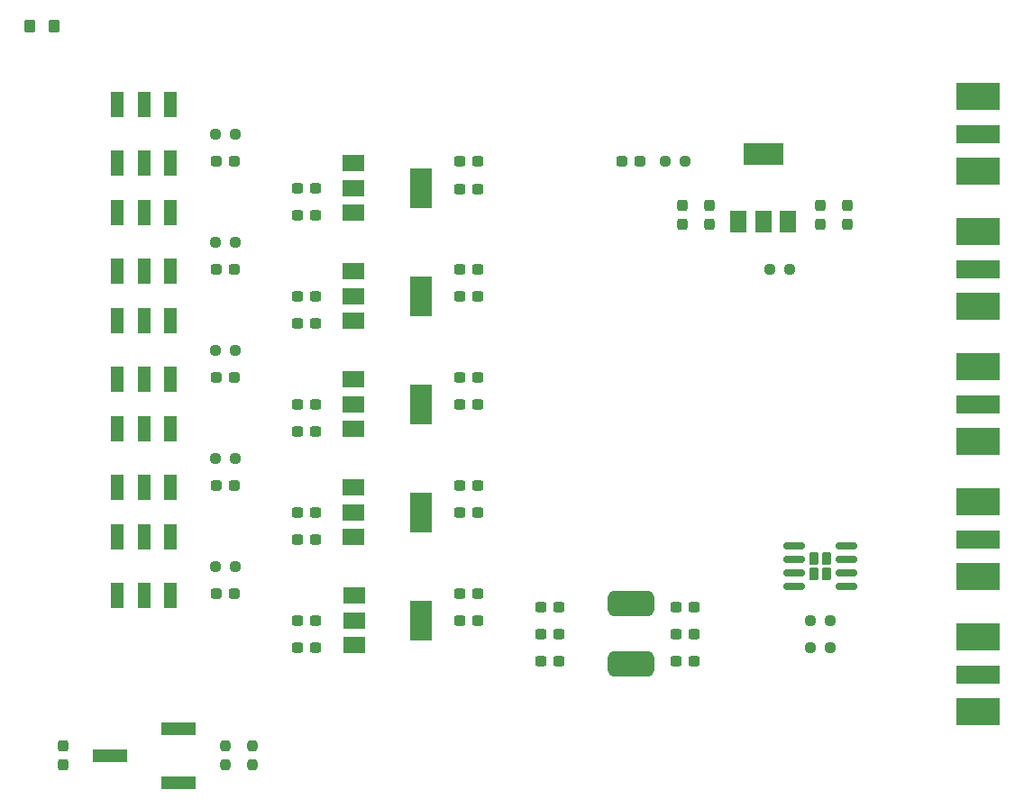
<source format=gbr>
%TF.GenerationSoftware,KiCad,Pcbnew,(6.0.5)*%
%TF.CreationDate,2022-07-21T21:10:46+10:00*%
%TF.ProjectId,glitcher,676c6974-6368-4657-922e-6b696361645f,rev?*%
%TF.SameCoordinates,Original*%
%TF.FileFunction,Paste,Top*%
%TF.FilePolarity,Positive*%
%FSLAX46Y46*%
G04 Gerber Fmt 4.6, Leading zero omitted, Abs format (unit mm)*
G04 Created by KiCad (PCBNEW (6.0.5)) date 2022-07-21 21:10:46*
%MOMM*%
%LPD*%
G01*
G04 APERTURE LIST*
G04 Aperture macros list*
%AMRoundRect*
0 Rectangle with rounded corners*
0 $1 Rounding radius*
0 $2 $3 $4 $5 $6 $7 $8 $9 X,Y pos of 4 corners*
0 Add a 4 corners polygon primitive as box body*
4,1,4,$2,$3,$4,$5,$6,$7,$8,$9,$2,$3,0*
0 Add four circle primitives for the rounded corners*
1,1,$1+$1,$2,$3*
1,1,$1+$1,$4,$5*
1,1,$1+$1,$6,$7*
1,1,$1+$1,$8,$9*
0 Add four rect primitives between the rounded corners*
20,1,$1+$1,$2,$3,$4,$5,0*
20,1,$1+$1,$4,$5,$6,$7,0*
20,1,$1+$1,$6,$7,$8,$9,0*
20,1,$1+$1,$8,$9,$2,$3,0*%
G04 Aperture macros list end*
%ADD10R,2.000000X1.500000*%
%ADD11R,2.000000X3.800000*%
%ADD12RoundRect,0.237500X-0.300000X-0.237500X0.300000X-0.237500X0.300000X0.237500X-0.300000X0.237500X0*%
%ADD13RoundRect,0.237500X-0.250000X-0.237500X0.250000X-0.237500X0.250000X0.237500X-0.250000X0.237500X0*%
%ADD14RoundRect,0.237500X-0.287500X-0.237500X0.287500X-0.237500X0.287500X0.237500X-0.287500X0.237500X0*%
%ADD15R,1.193800X2.489200*%
%ADD16RoundRect,0.237500X-0.237500X0.300000X-0.237500X-0.300000X0.237500X-0.300000X0.237500X0.300000X0*%
%ADD17RoundRect,0.230000X-0.230000X-0.375000X0.230000X-0.375000X0.230000X0.375000X-0.230000X0.375000X0*%
%ADD18RoundRect,0.150000X-0.825000X-0.150000X0.825000X-0.150000X0.825000X0.150000X-0.825000X0.150000X0*%
%ADD19R,3.300000X1.190000*%
%ADD20RoundRect,0.237500X-0.237500X0.250000X-0.237500X-0.250000X0.237500X-0.250000X0.237500X0.250000X0*%
%ADD21R,4.190000X1.780000*%
%ADD22R,4.190000X2.665000*%
%ADD23RoundRect,0.250000X-0.275000X-0.350000X0.275000X-0.350000X0.275000X0.350000X-0.275000X0.350000X0*%
%ADD24RoundRect,0.237500X0.250000X0.237500X-0.250000X0.237500X-0.250000X-0.237500X0.250000X-0.237500X0*%
%ADD25RoundRect,0.600000X-1.590000X-0.600000X1.590000X-0.600000X1.590000X0.600000X-1.590000X0.600000X0*%
%ADD26RoundRect,0.237500X0.237500X-0.250000X0.237500X0.250000X-0.237500X0.250000X-0.237500X-0.250000X0*%
%ADD27RoundRect,0.237500X0.237500X-0.300000X0.237500X0.300000X-0.237500X0.300000X-0.237500X-0.300000X0*%
%ADD28R,1.500000X2.000000*%
%ADD29R,3.800000X2.000000*%
G04 APERTURE END LIST*
D10*
%TO.C,U6_VADJ_OUT1*%
X166965714Y-99300000D03*
X166965714Y-101600000D03*
D11*
X173265714Y-101600000D03*
D10*
X166965714Y-103900000D03*
%TD*%
D12*
%TO.C,C9*%
X161633214Y-60960000D03*
X163358214Y-60960000D03*
%TD*%
D13*
%TO.C,R2*%
X153963214Y-86360000D03*
X155788214Y-86360000D03*
%TD*%
D12*
%TO.C,C12*%
X176873214Y-78740000D03*
X178598214Y-78740000D03*
%TD*%
%TO.C,C18*%
X176873214Y-91440000D03*
X178598214Y-91440000D03*
%TD*%
D14*
%TO.C,D4*%
X154000714Y-58420000D03*
X155750714Y-58420000D03*
%TD*%
D15*
%TO.C,SW3_VADJ_OUT1*%
X144755714Y-99275900D03*
X147255714Y-99275900D03*
X149755714Y-99275900D03*
X149755714Y-93764100D03*
X147255714Y-93764100D03*
X144755714Y-93764100D03*
%TD*%
D16*
%TO.C,C8*%
X139635714Y-113437500D03*
X139635714Y-115162500D03*
%TD*%
D12*
%TO.C,C15*%
X176873214Y-61110000D03*
X178598214Y-61110000D03*
%TD*%
%TO.C,C16*%
X176873214Y-71120000D03*
X178598214Y-71120000D03*
%TD*%
D17*
%TO.C,U4*%
X210185714Y-97270000D03*
X211325714Y-95770000D03*
X211325714Y-97270000D03*
X210185714Y-95770000D03*
D18*
X208280714Y-94615000D03*
X208280714Y-95885000D03*
X208280714Y-97155000D03*
X208280714Y-98425000D03*
X213230714Y-98425000D03*
X213230714Y-97155000D03*
X213230714Y-95885000D03*
X213230714Y-94615000D03*
%TD*%
D19*
%TO.C,RV1*%
X150455714Y-116840000D03*
X144055714Y-114300000D03*
X150455714Y-111760000D03*
%TD*%
D12*
%TO.C,C28*%
X184493214Y-102870000D03*
X186218214Y-102870000D03*
%TD*%
D20*
%TO.C,R7*%
X157415714Y-113387500D03*
X157415714Y-115212500D03*
%TD*%
D10*
%TO.C,U8_2V5_OUT1*%
X166925714Y-68820000D03*
D11*
X173225714Y-71120000D03*
D10*
X166925714Y-71120000D03*
X166925714Y-73420000D03*
%TD*%
D13*
%TO.C,R3*%
X153963214Y-96520000D03*
X155788214Y-96520000D03*
%TD*%
D21*
%TO.C,HS2_OUT1*%
X225540714Y-93980000D03*
D22*
X225540714Y-97472500D03*
X225540714Y-90487500D03*
%TD*%
D13*
%TO.C,R1*%
X153963214Y-76200000D03*
X155788214Y-76200000D03*
%TD*%
D12*
%TO.C,C2*%
X161633214Y-93980000D03*
X163358214Y-93980000D03*
%TD*%
D23*
%TO.C,FB1*%
X136530000Y-45720000D03*
X138830000Y-45720000D03*
%TD*%
D12*
%TO.C,C21*%
X176873214Y-68580000D03*
X178598214Y-68580000D03*
%TD*%
D15*
%TO.C,SW1_1V8_OUT1*%
X144755714Y-78955900D03*
X147255714Y-78955900D03*
X149755714Y-78955900D03*
X149755714Y-73444100D03*
X147255714Y-73444100D03*
X144755714Y-73444100D03*
%TD*%
D21*
%TO.C,SMA_Y1*%
X225540714Y-68580000D03*
D22*
X225540714Y-72072500D03*
X225540714Y-65087500D03*
%TD*%
D10*
%TO.C,U5_1V2_OUT1*%
X166925714Y-89140000D03*
D11*
X173225714Y-91440000D03*
D10*
X166925714Y-91440000D03*
X166925714Y-93740000D03*
%TD*%
D24*
%TO.C,PULLUP_MAX4619_EN1*%
X207858214Y-68580000D03*
X206033214Y-68580000D03*
%TD*%
D15*
%TO.C,SW5_2V5_OUT1*%
X144755714Y-68795900D03*
X147255714Y-68795900D03*
X149755714Y-68795900D03*
X149755714Y-63284100D03*
X147255714Y-63284100D03*
X144755714Y-63284100D03*
%TD*%
D21*
%TO.C,TRIG_IN1*%
X225540714Y-106680000D03*
D22*
X225540714Y-103187500D03*
X225540714Y-110172500D03*
%TD*%
D12*
%TO.C,C13*%
X176873214Y-88900000D03*
X178598214Y-88900000D03*
%TD*%
D24*
%TO.C,R10*%
X211668214Y-101600000D03*
X209843214Y-101600000D03*
%TD*%
D16*
%TO.C,C25*%
X210755714Y-62637500D03*
X210755714Y-64362500D03*
%TD*%
D25*
%TO.C,L1*%
X192975714Y-100020000D03*
X192975714Y-105720000D03*
%TD*%
D12*
%TO.C,C20*%
X176873214Y-58420000D03*
X178598214Y-58420000D03*
%TD*%
%TO.C,C3*%
X161633214Y-101600000D03*
X163358214Y-101600000D03*
%TD*%
D13*
%TO.C,R5*%
X153963214Y-66040000D03*
X155788214Y-66040000D03*
%TD*%
%TO.C,R9*%
X209843214Y-104140000D03*
X211668214Y-104140000D03*
%TD*%
D12*
%TO.C,C26*%
X184493214Y-105410000D03*
X186218214Y-105410000D03*
%TD*%
%TO.C,C14*%
X176873214Y-99060000D03*
X178598214Y-99060000D03*
%TD*%
%TO.C,C31*%
X197218214Y-100330000D03*
X198943214Y-100330000D03*
%TD*%
%TO.C,C11*%
X161633214Y-104140000D03*
X163358214Y-104140000D03*
%TD*%
%TO.C,C30*%
X197218214Y-105410000D03*
X198943214Y-105410000D03*
%TD*%
D10*
%TO.C,U4_1V8_OUT1*%
X166925714Y-78980000D03*
D11*
X173225714Y-81280000D03*
D10*
X166925714Y-81280000D03*
X166925714Y-83580000D03*
%TD*%
D12*
%TO.C,C4*%
X161633214Y-63500000D03*
X163358214Y-63500000D03*
%TD*%
%TO.C,C19*%
X176873214Y-101600000D03*
X178598214Y-101600000D03*
%TD*%
%TO.C,C1*%
X161633214Y-83820000D03*
X163358214Y-83820000D03*
%TD*%
D14*
%TO.C,D3*%
X154000714Y-99060000D03*
X155750714Y-99060000D03*
%TD*%
D12*
%TO.C,C6*%
X161633214Y-81280000D03*
X163358214Y-81280000D03*
%TD*%
D16*
%TO.C,C24*%
X213295714Y-62637500D03*
X213295714Y-64362500D03*
%TD*%
D14*
%TO.C,D2*%
X154000714Y-88900000D03*
X155750714Y-88900000D03*
%TD*%
%TO.C,D1*%
X154000714Y-78740000D03*
X155750714Y-78740000D03*
%TD*%
D12*
%TO.C,C7*%
X161633214Y-91440000D03*
X163358214Y-91440000D03*
%TD*%
%TO.C,C5*%
X161633214Y-73660000D03*
X163358214Y-73660000D03*
%TD*%
D24*
%TO.C,R8*%
X198055714Y-58420000D03*
X196230714Y-58420000D03*
%TD*%
D26*
%TO.C,R6*%
X154875714Y-115212500D03*
X154875714Y-113387500D03*
%TD*%
D27*
%TO.C,C22*%
X197765714Y-64362500D03*
X197765714Y-62637500D03*
%TD*%
D28*
%TO.C,U9_3V3ALWAYS1*%
X203085714Y-64110000D03*
D29*
X205385714Y-57810000D03*
D28*
X205385714Y-64110000D03*
X207685714Y-64110000D03*
%TD*%
D10*
%TO.C,U7_3V3_OUT1*%
X166925714Y-58660000D03*
X166925714Y-60960000D03*
D11*
X173225714Y-60960000D03*
D10*
X166925714Y-63260000D03*
%TD*%
D12*
%TO.C,C29*%
X197218214Y-102870000D03*
X198943214Y-102870000D03*
%TD*%
%TO.C,C10*%
X161633214Y-71120000D03*
X163358214Y-71120000D03*
%TD*%
D15*
%TO.C,SW4_3V3_OUT1*%
X144755714Y-58635900D03*
X147255714Y-58635900D03*
X149755714Y-58635900D03*
X149755714Y-53124100D03*
X147255714Y-53124100D03*
X144755714Y-53124100D03*
%TD*%
D21*
%TO.C,SMA_Z1*%
X225540714Y-81280000D03*
D22*
X225540714Y-77787500D03*
X225540714Y-84772500D03*
%TD*%
D12*
%TO.C,C17*%
X176873214Y-81280000D03*
X178598214Y-81280000D03*
%TD*%
D14*
%TO.C,D5*%
X154000714Y-68580000D03*
X155750714Y-68580000D03*
%TD*%
D21*
%TO.C,SMA_X1*%
X225540714Y-55880000D03*
D22*
X225540714Y-52387500D03*
X225540714Y-59372500D03*
%TD*%
D14*
%TO.C,D6*%
X192100714Y-58420000D03*
X193850714Y-58420000D03*
%TD*%
D15*
%TO.C,SW2_1V2_OUT1*%
X144755714Y-89115900D03*
X147255714Y-89115900D03*
X149755714Y-89115900D03*
X149755714Y-83604100D03*
X147255714Y-83604100D03*
X144755714Y-83604100D03*
%TD*%
D27*
%TO.C,C23*%
X200305714Y-64362500D03*
X200305714Y-62637500D03*
%TD*%
D13*
%TO.C,R4*%
X153963214Y-55880000D03*
X155788214Y-55880000D03*
%TD*%
D12*
%TO.C,C27*%
X184493214Y-100330000D03*
X186218214Y-100330000D03*
%TD*%
M02*

</source>
